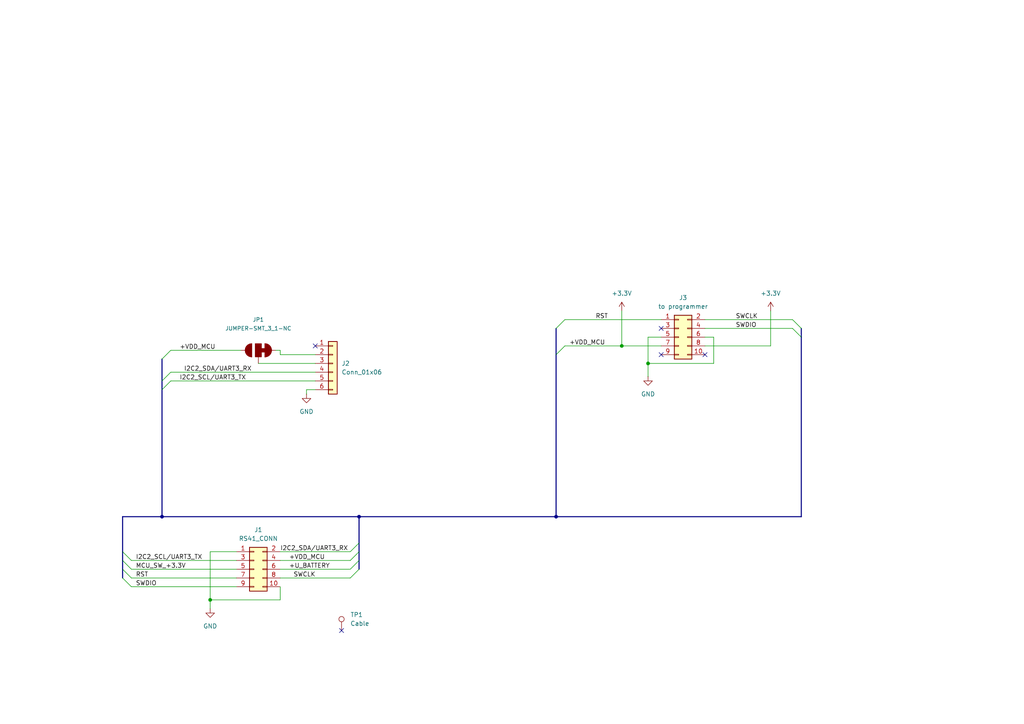
<source format=kicad_sch>
(kicad_sch (version 20231120) (generator "eeschema") (generator_version "8.0")
  (paper "A4")
  (lib_symbols
    (symbol "Connector:TestPoint" (pin_numbers hide) (pin_names (offset 0.762) hide)
      (property "Reference" "TP" (at 0 6.858 0))
      (property "Value" "TestPoint" (at 0 5.08 0))
      (symbol "TestPoint_0_1"
        (circle (center 0 3.302) (radius 0.762))
      )
      (symbol "TestPoint_1_1"
        (pin passive line (at 0 0 90) (length 2.54) (name "1") (number "1"))
      )
    )
    (symbol "Connector_Generic:Conn_01x06" (pin_names (offset 1.016) hide)
      (property "Reference" "J" (at 0 7.62 0))
      (property "Value" "Conn_01x06" (at 0 -10.16 0))
      (symbol "Conn_01x06_1_1"
        (rectangle (start -1.27 -7.493) (end 0 -7.747) (stroke (width 0.1524)))
        (rectangle (start -1.27 -4.953) (end 0 -5.207) (stroke (width 0.1524)))
        (rectangle (start -1.27 -2.413) (end 0 -2.667) (stroke (width 0.1524)))
        (rectangle (start -1.27 0.127) (end 0 -0.127) (stroke (width 0.1524)))
        (rectangle (start -1.27 2.667) (end 0 2.413) (stroke (width 0.1524)))
        (rectangle (start -1.27 5.207) (end 0 4.953) (stroke (width 0.1524)))
        (rectangle (start -1.27 6.35) (end 1.27 -8.89) (stroke (width 0.254)) (fill (type background)))
        (pin passive line (at -5.08 5.08 0) (length 3.81) (name "Pin_1") (number "1"))
        (pin passive line (at -5.08 2.54 0) (length 3.81) (name "Pin_2") (number "2"))
        (pin passive line (at -5.08 0 0) (length 3.81) (name "Pin_3") (number "3"))
        (pin passive line (at -5.08 -2.54 0) (length 3.81) (name "Pin_4") (number "4"))
        (pin passive line (at -5.08 -5.08 0) (length 3.81) (name "Pin_5") (number "5"))
        (pin passive line (at -5.08 -7.62 0) (length 3.81) (name "Pin_6") (number "6"))
      )
    )
    (symbol "Connector_Generic:Conn_02x05_Odd_Even" (pin_names (offset 1.016) hide)
      (property "Reference" "J" (at 1.27 7.62 0))
      (property "Value" "Conn_02x05_Odd_Even" (at 1.27 -7.62 0))
      (symbol "Conn_02x05_Odd_Even_1_1"
        (rectangle (start -1.27 -4.953) (end 0 -5.207) (stroke (width 0.1524)))
        (rectangle (start -1.27 -2.413) (end 0 -2.667) (stroke (width 0.1524)))
        (rectangle (start -1.27 0.127) (end 0 -0.127) (stroke (width 0.1524)))
        (rectangle (start -1.27 2.667) (end 0 2.413) (stroke (width 0.1524)))
        (rectangle (start -1.27 5.207) (end 0 4.953) (stroke (width 0.1524)))
        (rectangle (start -1.27 6.35) (end 3.81 -6.35) (stroke (width 0.254)) (fill (type background)))
        (rectangle (start 3.81 -4.953) (end 2.54 -5.207) (stroke (width 0.1524)))
        (rectangle (start 3.81 -2.413) (end 2.54 -2.667) (stroke (width 0.1524)))
        (rectangle (start 3.81 0.127) (end 2.54 -0.127) (stroke (width 0.1524)))
        (rectangle (start 3.81 2.667) (end 2.54 2.413) (stroke (width 0.1524)))
        (rectangle (start 3.81 5.207) (end 2.54 4.953) (stroke (width 0.1524)))
        (pin passive line (at -5.08 5.08 0) (length 3.81) (name "Pin_1") (number "1"))
        (pin passive line (at 7.62 -5.08 180) (length 3.81) (name "Pin_10") (number "10"))
        (pin passive line (at 7.62 5.08 180) (length 3.81) (name "Pin_2") (number "2"))
        (pin passive line (at -5.08 2.54 0) (length 3.81) (name "Pin_3") (number "3"))
        (pin passive line (at 7.62 2.54 180) (length 3.81) (name "Pin_4") (number "4"))
        (pin passive line (at -5.08 0 0) (length 3.81) (name "Pin_5") (number "5"))
        (pin passive line (at 7.62 0 180) (length 3.81) (name "Pin_6") (number "6"))
        (pin passive line (at -5.08 -2.54 0) (length 3.81) (name "Pin_7") (number "7"))
        (pin passive line (at 7.62 -2.54 180) (length 3.81) (name "Pin_8") (number "8"))
        (pin passive line (at -5.08 -5.08 0) (length 3.81) (name "Pin_9") (number "9"))
      )
    )
    (symbol "SparkFun-Jumpers:JUMPER-SMT_3_1-NC" (pin_numbers hide) (pin_names (offset 1.016) hide)
      (property "Reference" "JP" (at 2.54 1.27 0))
      (property "Value" "JUMPER-SMT_3_1-NC" (at 2.54 -2.54 0))
      (property "Description" "Normally closed trace jumper (1 of 2 connections) This jumper has a trace between two pads so it's normally closed (NC). The other connection is normally open (NO). Use a razor knife to open the connection. For best results follow the IPC guidelines for cutting traces: <ul><li>Cutout at least 0.063 mm (0.005 in).</li><li>Remove all loose material to clean up the cut area.</li><li>Seal the cut with an approved epoxy.</li></ul>Reapply solder to reclose the connection, or to close the NO connection." (at 0 7.62 0))
      (symbol "JUMPER-SMT_3_1-NC_0_1"
        (arc (start -1.905 -1.905) (mid 0 -3.81) (end 1.905 -1.905) (stroke (width 0.2032)))
        (arc (start -1.905 -1.905) (mid 0 -3.81) (end 1.905 -1.905) (stroke (width 0.2032)) (fill (type outline)))
        (rectangle (start -0.508 -1.905) (end 0.508 -0.889) (stroke (width 0.2032)) (fill (type outline)))
        (polyline (pts (xy -1.905 -1.905) (xy 1.905 -1.905)) (stroke (width 0.2032)))
        (polyline (pts (xy 1.905 1.905) (xy -1.905 1.905)) (stroke (width 0.2032)))
        (rectangle (start 1.905 -0.889) (end -1.905 0.889) (stroke (width 0.2032)) (fill (type outline)))
        (arc (start 1.905 1.905) (mid 0 3.81) (end -1.905 1.905) (fill (type outline)))
        (arc (start 1.905 1.905) (mid 0 3.81) (end -1.905 1.905) (stroke (width 0.2032)))
      )
      (symbol "JUMPER-SMT_3_1-NC_1_1"
        (pin passive line (at 0 5.08 270) (length 2.54) (name "1") (number "1"))
        (pin passive line (at -3.81 0 0) (length 2.54) (name "2") (number "2"))
        (pin passive line (at 0 -5.08 90) (length 2.54) (name "3") (number "3"))
      )
    )
    (symbol "power:+3.3V" (power) (pin_numbers hide) (pin_names (offset 0) hide)
      (property "Value" "+3.3V" (at 0 3.556 0))
      (symbol "+3.3V_0_1"
        (polyline (pts (xy -0.762 1.27) (xy 0 2.54)))
        (polyline (pts (xy 0 0) (xy 0 2.54)))
        (polyline (pts (xy 0 2.54) (xy 0.762 1.27)))
      )
      (symbol "+3.3V_1_1"
        (pin power_in line (at 0 0 90) (length 0) (name "~") (number "1"))
      )
    )
    (symbol "power:GND" (power) (pin_numbers hide) (pin_names (offset 0) hide)
      (property "Value" "GND" (at 0 -3.81 0))
      (symbol "GND_0_1"
        (polyline (pts (xy 0 0) (xy 0 -1.27) (xy 1.27 -1.27) (xy 0 -2.54) (xy -1.27 -1.27) (xy 0 -1.27)))
      )
      (symbol "GND_1_1"
        (pin power_in line (at 0 0 270) (length 0) (name "~") (number "1"))
      )
    )
  )
  (junction (at 46.99 149.86))
  (junction (at 180.34 100.33))
  (junction (at 60.96 173.99))
  (junction (at 104.14 149.86))
  (junction (at 187.96 105.41))
  (junction (at 161.29 149.86))
  (no_connect (at 204.47 102.87))
  (no_connect (at 91.44 100.33))
  (no_connect (at 191.77 102.87))
  (no_connect (at 191.77 95.25))
  (no_connect (at 99.06 182.88))
  (bus_entry (at 35.56 165.1) (size 2.54 2.54))
  (bus_entry (at 101.6 165.1) (size 2.54 -2.54))
  (bus_entry (at 35.56 167.64) (size 2.54 2.54))
  (bus_entry (at 101.6 167.64) (size 2.54 -2.54))
  (bus_entry (at 35.56 160.02) (size 2.54 2.54))
  (bus_entry (at 46.99 110.49) (size 2.54 -2.54))
  (bus_entry (at 161.29 95.25) (size 2.54 -2.54))
  (bus_entry (at 232.41 95.25) (size -2.54 -2.54))
  (bus_entry (at 46.99 104.14) (size 2.54 -2.54))
  (bus_entry (at 232.41 97.79) (size -2.54 -2.54))
  (bus_entry (at 101.6 160.02) (size 2.54 -2.54))
  (bus_entry (at 35.56 162.56) (size 2.54 2.54))
  (bus_entry (at 101.6 162.56) (size 2.54 -2.54))
  (bus_entry (at 46.99 113.03) (size 2.54 -2.54))
  (bus_entry (at 161.29 102.87) (size 2.54 -2.54))
  (wire (pts (xy 180.34 100.33) (xy 180.34 90.17)))
  (wire (pts (xy 88.9 113.03) (xy 88.9 114.3)))
  (wire (pts (xy 204.47 97.79) (xy 207.01 97.79)))
  (wire (pts (xy 60.96 173.99) (xy 81.28 173.99)))
  (bus (pts (xy 104.14 162.56) (xy 104.14 165.1)))
  (wire (pts (xy 81.28 162.56) (xy 101.6 162.56)))
  (wire (pts (xy 81.28 101.6) (xy 81.28 102.87)))
  (wire (pts (xy 81.28 167.64) (xy 101.6 167.64)))
  (wire (pts (xy 81.28 170.18) (xy 81.28 173.99)))
  (wire (pts (xy 180.34 100.33) (xy 191.77 100.33)))
  (wire (pts (xy 204.47 95.25) (xy 229.87 95.25)))
  (wire (pts (xy 207.01 105.41) (xy 187.96 105.41)))
  (bus (pts (xy 35.56 149.86) (xy 35.56 160.02)))
  (wire (pts (xy 223.52 100.33) (xy 223.52 90.17)))
  (wire (pts (xy 38.1 162.56) (xy 68.58 162.56)))
  (bus (pts (xy 232.41 149.86) (xy 161.29 149.86)))
  (wire (pts (xy 49.53 107.95) (xy 91.44 107.95)))
  (wire (pts (xy 91.44 113.03) (xy 88.9 113.03)))
  (wire (pts (xy 74.93 105.41) (xy 91.44 105.41)))
  (wire (pts (xy 60.96 160.02) (xy 60.96 173.99)))
  (bus (pts (xy 104.14 160.02) (xy 104.14 162.56)))
  (wire (pts (xy 81.28 160.02) (xy 101.6 160.02)))
  (wire (pts (xy 163.83 92.71) (xy 191.77 92.71)))
  (bus (pts (xy 46.99 110.49) (xy 46.99 113.03)))
  (wire (pts (xy 49.53 110.49) (xy 91.44 110.49)))
  (bus (pts (xy 104.14 157.48) (xy 104.14 160.02)))
  (wire (pts (xy 187.96 105.41) (xy 187.96 109.22)))
  (bus (pts (xy 46.99 149.86) (xy 104.14 149.86)))
  (wire (pts (xy 81.28 165.1) (xy 101.6 165.1)))
  (bus (pts (xy 232.41 95.25) (xy 232.41 97.79)))
  (wire (pts (xy 80.01 101.6) (xy 81.28 101.6)))
  (wire (pts (xy 68.58 160.02) (xy 60.96 160.02)))
  (wire (pts (xy 81.28 102.87) (xy 91.44 102.87)))
  (wire (pts (xy 60.96 173.99) (xy 60.96 176.53)))
  (wire (pts (xy 204.47 92.71) (xy 229.87 92.71)))
  (bus (pts (xy 161.29 95.25) (xy 161.29 102.87)))
  (wire (pts (xy 204.47 100.33) (xy 223.52 100.33)))
  (bus (pts (xy 104.14 149.86) (xy 161.29 149.86)))
  (bus (pts (xy 161.29 102.87) (xy 161.29 149.86)))
  (wire (pts (xy 187.96 97.79) (xy 187.96 105.41)))
  (wire (pts (xy 38.1 165.1) (xy 68.58 165.1)))
  (wire (pts (xy 163.83 100.33) (xy 180.34 100.33)))
  (bus (pts (xy 35.56 160.02) (xy 35.56 162.56)))
  (bus (pts (xy 35.56 165.1) (xy 35.56 167.64)))
  (wire (pts (xy 38.1 170.18) (xy 68.58 170.18)))
  (bus (pts (xy 35.56 162.56) (xy 35.56 165.1)))
  (bus (pts (xy 46.99 113.03) (xy 46.99 149.86)))
  (wire (pts (xy 38.1 167.64) (xy 68.58 167.64)))
  (bus (pts (xy 104.14 149.86) (xy 104.14 157.48)))
  (bus (pts (xy 232.41 97.79) (xy 232.41 149.86)))
  (wire (pts (xy 187.96 97.79) (xy 191.77 97.79)))
  (wire (pts (xy 49.53 101.6) (xy 69.85 101.6)))
  (bus (pts (xy 35.56 149.86) (xy 46.99 149.86)))
  (bus (pts (xy 46.99 104.14) (xy 46.99 110.49)))
  (wire (pts (xy 207.01 97.79) (xy 207.01 105.41)))
  (label "RST" (at 172.72 92.71 0))
  (label "I2C2_SDA{slash}UART3_RX" (at 81.28 160.02 0))
  (label "+VDD_MCU" (at 165.1 100.33 0))
  (label "RST" (at 39.37 167.64 0))
  (label "I2C2_SCL{slash}UART3_TX" (at 52.07 110.49 0))
  (label "I2C2_SDA{slash}UART3_RX" (at 53.34 107.95 0))
  (label "SWDIO" (at 39.37 170.18 0))
  (label "SWCLK" (at 213.36 92.71 0))
  (label "+VDD_MCU" (at 83.82 162.56 0))
  (label "+VDD_MCU" (at 52.07 101.6 0))
  (label "MCU_SW_+3.3V" (at 39.37 165.1 0))
  (label "SWDIO" (at 213.36 95.25 0))
  (label "I2C2_SCL{slash}UART3_TX" (at 39.37 162.56 0))
  (label "SWCLK" (at 85.09 167.64 0))
  (label "+U_BATTERY" (at 83.82 165.1 0))
  (symbol (lib_id "power:+3.3V") (at 180.34 90.17 0) (unit 1)
    (property "Reference" "#PWR03" (effects (hide yes)))
    (property "Value" "+3.3V" (at 180.34 85.09 0))
    (property "Description" "Power symbol creates a global label with name \"+3.3V\"" (effects (hide yes)))
  )
  (symbol (lib_id "power:GND") (at 88.9 114.3 0) (unit 1)
    (property "Reference" "#PWR02" (effects (hide yes)))
    (property "Value" "GND" (at 88.9 119.38 0))
    (property "Description" "Power symbol creates a global label with name \"GND\" , ground" (effects (hide yes)))
  )
  (symbol (lib_id "power:GND") (at 60.96 176.53 0) (unit 1)
    (property "Reference" "#PWR01" (effects (hide yes)))
    (property "Value" "GND" (at 60.96 181.61 0))
    (property "Description" "Power symbol creates a global label with name \"GND\" , ground" (effects (hide yes)))
  )
  (symbol (lib_id "power:+3.3V") (at 223.52 90.17 0) (unit 1)
    (property "Reference" "#PWR04" (effects (hide yes)))
    (property "Value" "+3.3V" (at 223.52 85.09 0))
    (property "Description" "Power symbol creates a global label with name \"+3.3V\"" (effects (hide yes)))
  )
  (symbol (lib_id "Connector:TestPoint") (at 99.06 182.88 0) (unit 1) (on_board no)
    (property "Reference" "TP1" (at 101.6 178.3079 0) (effects (justify left)))
    (property "Value" "Cable" (at 101.6 180.8479 0) (effects (justify left)))
    (property "Description" "test point" (effects (hide yes)))
  )
  (symbol (lib_id "power:GND") (at 187.96 109.22 0) (unit 1)
    (property "Reference" "#PWR05" (effects (hide yes)))
    (property "Value" "GND" (at 187.96 114.3 0))
    (property "Description" "Power symbol creates a global label with name \"GND\" , ground" (effects (hide yes)))
  )
  (symbol (lib_id "SparkFun-Jumpers:JUMPER-SMT_3_1-NC") (at 74.93 101.6 90) (unit 1)
    (property "Reference" "JP1" (at 74.93 92.71 90) (effects (font (size 1.143 1.143))))
    (property "Value" "JUMPER-SMT_3_1-NC" (at 74.93 95.25 90) (effects (font (size 1.143 1.143))))
    (property "Footprint" "SparkFun-Jumpers:SMT-JUMPER_3_1-NC_TRACE_NO-SILK" (effects (hide yes)))
    (property "Description" "Normally closed trace jumper (1 of 2 connections) This jumper has a trace between two pads so it's normally closed (NC). The other connection is normally open (NO). Use a razor knife to open the connection. For best results follow the IPC guidelines for cutting traces: <ul><li>Cutout at least 0.063 mm (0.005 in).</li><li>Remove all loose material to clean up the cut area.</li><li>Seal the cut with an approved epoxy.</li></ul>Reapply solder to reclose the connection, or to close the NO connection." (effects (hide yes)))
  )
  (symbol (lib_id "Connector_Generic:Conn_02x05_Odd_Even") (at 196.85 97.79 0) (unit 1)
    (property "Reference" "J3" (at 198.12 86.36 0))
    (property "Value" "to programmer" (at 198.12 88.9 0))
    (property "Footprint" "Connector_PinSocket_2.54mm:PinSocket_2x05_P2.54mm_Horizontal" (effects (hide yes)))
    (property "Description" "Generic connector, double row, 02x05, odd/even pin numbering scheme (row 1 odd numbers, row 2 even numbers), script generated (kicad-library-utils/schlib/autogen/connector/)" (effects (hide yes)))
    (property "MFG" "Sullins Connector Solutions" (effects (hide yes)))
    (property "MFG_PN" "SFH11-PBPC-D05-RA-BK" (effects (hide yes)))
  )
  (symbol (lib_id "Connector_Generic:Conn_01x06") (at 96.52 105.41 0) (unit 1)
    (property "Reference" "J2" (at 99.06 105.4099 0) (effects (justify left)))
    (property "Value" "Conn_01x06" (at 99.06 107.9499 0) (effects (justify left)))
    (property "Footprint" "Connector_PinSocket_2.54mm:PinSocket_1x06_P2.54mm_Horizontal" (effects (hide yes)))
    (property "Description" "Generic connector, single row, 01x06, script generated (kicad-library-utils/schlib/autogen/connector/)" (effects (hide yes)))
    (property "MFG" "Würth Elektronik" (effects (hide yes)))
    (property "MFG_PN" "613006143121" (effects (hide yes)))
  )
  (symbol (lib_id "Connector_Generic:Conn_02x05_Odd_Even") (at 73.66 165.1 0) (unit 1)
    (property "Reference" "J1" (at 74.93 153.67 0))
    (property "Value" "RS41_CONN" (at 74.93 156.21 0))
    (property "Footprint" "Connector_PinHeader_2.00mm:PinHeader_2x05_P2.00mm_Vertical" (effects (hide yes)))
    (property "Description" "Generic connector, double row, 02x05, odd/even pin numbering scheme (row 1 odd numbers, row 2 even numbers), script generated (kicad-library-utils/schlib/autogen/connector/)" (effects (hide yes)))
    (property "MFG" "Amphenol ICC" (effects (hide yes)))
    (property "MFG_PN" "98414-S06-10ULF" (effects (hide yes)))
  )
)
</source>
